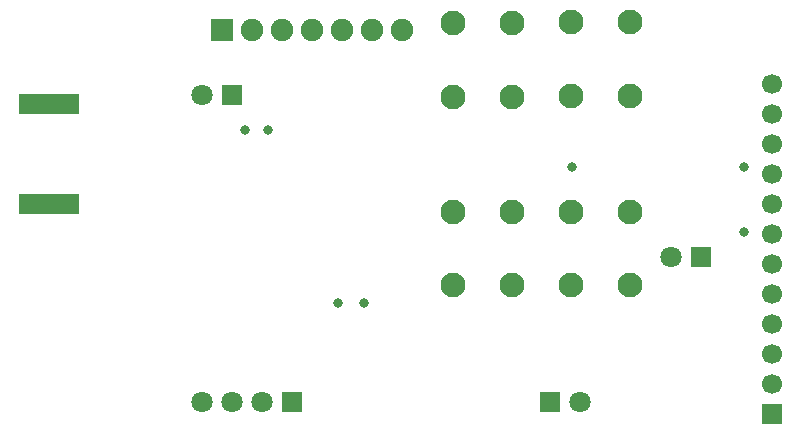
<source format=gbs>
G04*
G04 #@! TF.GenerationSoftware,Altium Limited,Altium Designer,23.0.1 (38)*
G04*
G04 Layer_Color=16711935*
%FSLAX42Y42*%
%MOMM*%
G71*
G04*
G04 #@! TF.SameCoordinates,95CDDE1D-1A7E-4F85-AF55-DDA07DA04742*
G04*
G04*
G04 #@! TF.FilePolarity,Negative*
G04*
G01*
G75*
%ADD27R,5.10X1.80*%
%ADD29C,1.91*%
%ADD30R,1.91X1.91*%
%ADD31R,1.70X1.70*%
%ADD32C,1.70*%
%ADD33C,2.10*%
%ADD34R,1.80X1.80*%
%ADD35C,1.80*%
%ADD36C,0.80*%
D27*
X333Y3212D02*
D03*
Y2362D02*
D03*
D29*
X3324Y3838D02*
D03*
X3070D02*
D03*
X2816D02*
D03*
X2562D02*
D03*
X2308D02*
D03*
X2054D02*
D03*
D30*
X1800D02*
D03*
D31*
X6450Y588D02*
D03*
D32*
Y3381D02*
D03*
Y3127D02*
D03*
Y2874D02*
D03*
Y2619D02*
D03*
Y2366D02*
D03*
Y2111D02*
D03*
Y1858D02*
D03*
Y1603D02*
D03*
Y1349D02*
D03*
Y1095D02*
D03*
Y841D02*
D03*
D33*
X4750Y3903D02*
D03*
Y3278D02*
D03*
X5250Y3903D02*
D03*
Y3278D02*
D03*
X4250Y3272D02*
D03*
Y3897D02*
D03*
X3750Y3272D02*
D03*
Y3897D02*
D03*
X5250Y1673D02*
D03*
Y2298D02*
D03*
X4750Y1673D02*
D03*
Y2298D02*
D03*
X4250Y1673D02*
D03*
Y2298D02*
D03*
X3750Y1673D02*
D03*
Y2298D02*
D03*
D34*
X5852Y1912D02*
D03*
X1879Y3288D02*
D03*
X4571Y688D02*
D03*
X2387Y688D02*
D03*
D35*
X5598Y1912D02*
D03*
X1625Y3288D02*
D03*
X4825Y688D02*
D03*
X2133Y688D02*
D03*
X1625D02*
D03*
X1879D02*
D03*
D36*
X4762Y2675D02*
D03*
X2188Y2988D02*
D03*
X1988D02*
D03*
X3000Y1525D02*
D03*
X2775D02*
D03*
X6212Y2675D02*
D03*
Y2125D02*
D03*
M02*

</source>
